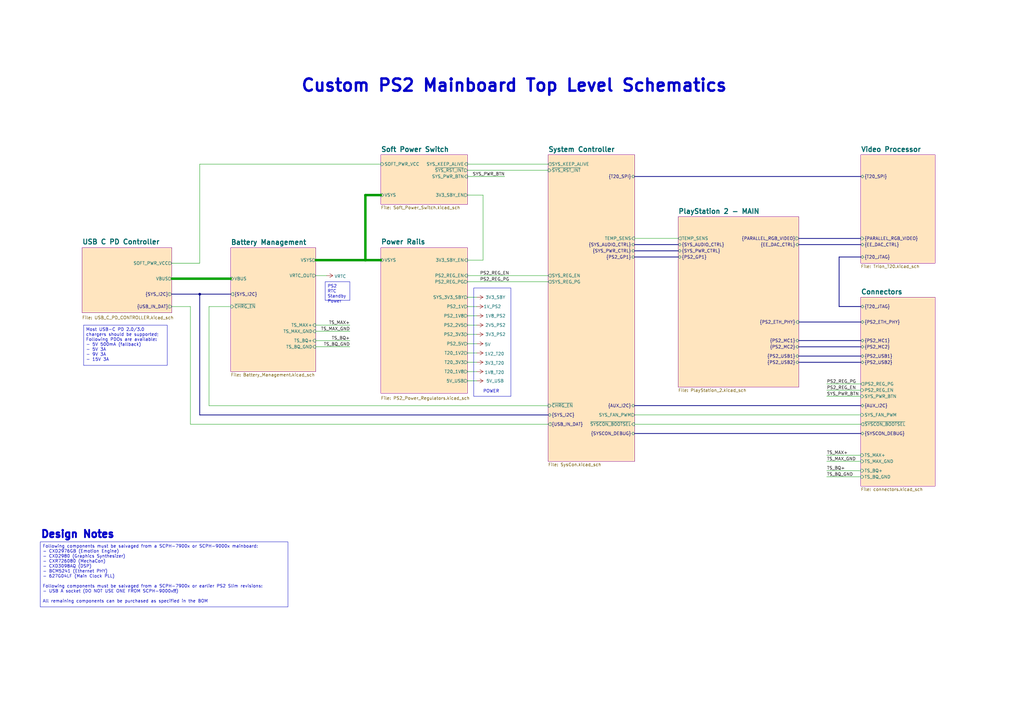
<source format=kicad_sch>
(kicad_sch (version 20230121) (generator eeschema)
  (paper "A3")
  (title_block (title "PS2 AIO Mainboard") (rev "0.3") (comment 1 "and to Epaminondas for his work on the custom PS2 BIOS!") (comment 2 "Special thanks to Mister M and Gman for their PS2 scans") (comment 3 "This project would not exist without the bitbuilt.net community!") (comment 5 "-a project by Tschicki"))
  (lib_symbols
    (symbol "PS2:1V25" (power) (pin_names (offset 0))
      (property "Value" "1V_PS2" (at 0 3.556 0))
      (symbol "1V25_0_1"
        (polyline (pts (xy -0.762 1.27) (xy 0 2.54)))
        (polyline (pts (xy 0 0) (xy 0 2.54)))
        (polyline (pts (xy 0 2.54) (xy 0.762 1.27)))
      )
      (symbol "1V25_1_1"
        (pin power_in line (at 0 0 90) (length 0) hide (name "1V_PS2") (number "1"))
      )
    )
    (symbol "PS2:1V2_T20" (power) (pin_names (offset 0))
      (property "Value" "1V2_T20" (at 0 3.556 0))
      (symbol "1V2_T20_0_1"
        (polyline (pts (xy -0.762 1.27) (xy 0 2.54)))
        (polyline (pts (xy 0 0) (xy 0 2.54)))
        (polyline (pts (xy 0 2.54) (xy 0.762 1.27)))
      )
      (symbol "1V2_T20_1_1"
        (pin power_in line (at 0 0 90) (length 0) hide (name "1V2_T20") (number "1"))
      )
    )
    (symbol "PS2:1V75" (power) (pin_names (offset 0))
      (property "Value" "1V8_PS2" (at 0 3.556 0))
      (symbol "1V75_0_1"
        (polyline (pts (xy -0.762 1.27) (xy 0 2.54)))
        (polyline (pts (xy 0 0) (xy 0 2.54)))
        (polyline (pts (xy 0 2.54) (xy 0.762 1.27)))
      )
      (symbol "1V75_1_1"
        (pin power_in line (at 0 0 90) (length 0) hide (name "1V8_PS2") (number "1"))
      )
    )
    (symbol "PS2:1V8_T20" (power) (pin_names (offset 0))
      (property "Value" "1V8_T20" (at 0 3.556 0))
      (symbol "1V8_T20_0_1"
        (polyline (pts (xy -0.762 1.27) (xy 0 2.54)))
        (polyline (pts (xy 0 0) (xy 0 2.54)))
        (polyline (pts (xy 0 2.54) (xy 0.762 1.27)))
      )
      (symbol "1V8_T20_1_1"
        (pin power_in line (at 0 0 90) (length 0) hide (name "1V8_T20") (number "1"))
      )
    )
    (symbol "PS2:2V5" (power) (pin_names (offset 0))
      (property "Value" "2V5_PS2" (at 0 3.556 0))
      (symbol "2V5_0_1"
        (polyline (pts (xy -0.762 1.27) (xy 0 2.54)))
        (polyline (pts (xy 0 0) (xy 0 2.54)))
        (polyline (pts (xy 0 2.54) (xy 0.762 1.27)))
      )
      (symbol "2V5_1_1"
        (pin power_in line (at 0 0 90) (length 0) hide (name "2V5_PS2") (number "1"))
      )
    )
    (symbol "PS2:3V3_T20" (power) (pin_names (offset 0))
      (property "Value" "3V3_T20" (at 0 3.556 0))
      (symbol "3V3_T20_0_1"
        (polyline (pts (xy -0.762 1.27) (xy 0 2.54)))
        (polyline (pts (xy 0 0) (xy 0 2.54)))
        (polyline (pts (xy 0 2.54) (xy 0.762 1.27)))
      )
      (symbol "3V3_T20_1_1"
        (pin power_in line (at 0 0 90) (length 0) hide (name "3V3_T20") (number "1"))
      )
    )
    (symbol "PS2:3V5" (power) (pin_names (offset 0))
      (property "Value" "3V3_PS2" (at 0 3.556 0))
      (symbol "3V5_0_1"
        (polyline (pts (xy -0.762 1.27) (xy 0 2.54)))
        (polyline (pts (xy 0 0) (xy 0 2.54)))
        (polyline (pts (xy 0 2.54) (xy 0.762 1.27)))
      )
      (symbol "3V5_1_1"
        (pin power_in line (at 0 0 90) (length 0) hide (name "3V3_PS2") (number "1"))
      )
    )
    (symbol "PS2:3V5_SBY" (power) (pin_names (offset 0))
      (property "Value" "3V3_SBY" (at 0 3.556 0))
      (symbol "3V5_SBY_0_1"
        (polyline (pts (xy -0.762 1.27) (xy 0 2.54)))
        (polyline (pts (xy 0 0) (xy 0 2.54)))
        (polyline (pts (xy 0 2.54) (xy 0.762 1.27)))
      )
      (symbol "3V5_SBY_1_1"
        (pin power_in line (at 0 0 90) (length 0) hide (name "3V3_SBY") (number "1"))
      )
    )
    (symbol "PS2:5V" (power) (pin_names (offset 0))
      (property "Value" "5V" (at 0 3.556 0))
      (symbol "5V_0_1"
        (polyline (pts (xy -0.762 1.27) (xy 0 2.54)))
        (polyline (pts (xy 0 0) (xy 0 2.54)))
        (polyline (pts (xy 0 2.54) (xy 0.762 1.27)))
      )
      (symbol "5V_1_1"
        (pin power_in line (at 0 0 90) (length 0) hide (name "5V") (number "1"))
      )
    )
    (symbol "PS2:5V_USB" (power) (pin_names (offset 0))
      (property "Value" "5V_USB" (at 0 3.556 0))
      (symbol "5V_USB_0_1"
        (polyline (pts (xy -0.762 1.27) (xy 0 2.54)))
        (polyline (pts (xy 0 0) (xy 0 2.54)))
        (polyline (pts (xy 0 2.54) (xy 0.762 1.27)))
      )
      (symbol "5V_USB_1_1"
        (pin power_in line (at 0 0 90) (length 0) hide (name "5V_USB") (number "1"))
      )
    )
    (symbol "PS2:VRTC" (power) (pin_names (offset 0))
      (property "Value" "VRTC" (at 0 3.556 0))
      (symbol "VRTC_0_1"
        (polyline (pts (xy -0.762 1.27) (xy 0 2.54)))
        (polyline (pts (xy 0 0) (xy 0 2.54)))
        (polyline (pts (xy 0 2.54) (xy 0.762 1.27)))
      )
      (symbol "VRTC_1_1"
        (pin power_in line (at 0 0 90) (length 0) hide (name "VRTC") (number "1"))
      )
    )
  )
  (bus_alias "AUX_I2C" (members "AUX_I2C_SDA" "AUX_I2C_SCL"))
  (bus_alias "SYS_I2C" (members "SYS_I2C_SDA" "SYS_I2C_SCL"))
  (junction (at 149.86 106.68))
  (junction (at 81.915 120.65))
  (wire (pts (xy 191.77 67.31) (xy 224.79 67.31)))
  (wire (pts (xy 191.77 133.35) (xy 195.58 133.35)))
  (wire (pts (xy 81.915 67.31) (xy 156.21 67.31)))
  (wire (pts (xy 78.105 125.73) (xy 78.105 173.99)))
  (wire (pts (xy 353.06 186.69) (xy 339.09 186.69)))
  (wire (pts (xy 191.77 80.01) (xy 198.12 80.01)))
  (bus (pts (xy 327.66 142.24) (xy 353.06 142.24)))
  (wire (pts (xy 191.77 115.57) (xy 224.79 115.57)))
  (wire (pts (xy 85.725 125.73) (xy 85.725 166.37)))
  (wire (pts (xy 191.77 113.03) (xy 224.79 113.03)))
  (bus (pts (xy 260.35 72.39) (xy 353.06 72.39)))
  (wire (pts (xy 129.54 142.24) (xy 143.51 142.24)))
  (bus (pts (xy 81.915 120.65) (xy 81.915 170.18)))
  (wire (pts (xy 191.77 121.92) (xy 195.58 121.92)))
  (bus (pts (xy 344.17 105.41) (xy 353.06 105.41)))
  (wire (pts (xy 191.77 148.59) (xy 195.58 148.59)))
  (bus (pts (xy 327.66 146.05) (xy 353.06 146.05)))
  (wire (pts (xy 353.06 195.58) (xy 339.09 195.58)))
  (wire (pts (xy 129.54 139.7) (xy 143.51 139.7)))
  (bus (pts (xy 260.35 166.37) (xy 353.06 166.37)))
  (wire (pts (xy 198.12 80.01) (xy 198.12 106.68)))
  (bus (pts (xy 327.66 148.59) (xy 353.06 148.59)))
  (bus (pts (xy 260.35 102.87) (xy 278.13 102.87)))
  (bus (pts (xy 260.35 177.8) (xy 353.06 177.8)))
  (wire (pts (xy 339.09 160.02) (xy 353.06 160.02)))
  (wire (pts (xy 129.54 113.03) (xy 133.985 113.03)))
  (bus (pts (xy 327.66 139.7) (xy 353.06 139.7)))
  (bus (pts (xy 353.06 125.73) (xy 344.17 125.73)))
  (wire (pts (xy 191.77 144.78) (xy 195.58 144.78)))
  (wire (pts (xy 191.77 129.54) (xy 195.58 129.54)))
  (wire (pts (xy 156.21 80.01) (xy 149.86 80.01)) (stroke (width 1)))
  (bus (pts (xy 81.915 170.18) (xy 224.79 170.18)))
  (wire (pts (xy 70.485 125.73) (xy 78.105 125.73)))
  (wire (pts (xy 70.485 114.3) (xy 94.615 114.3)) (stroke (width 1)))
  (wire (pts (xy 260.35 170.18) (xy 353.06 170.18)))
  (wire (pts (xy 70.485 107.95) (xy 81.915 107.95)))
  (wire (pts (xy 260.35 173.99) (xy 353.06 173.99)))
  (wire (pts (xy 85.725 166.37) (xy 224.79 166.37)))
  (wire (pts (xy 260.35 97.79) (xy 278.13 97.79)))
  (wire (pts (xy 339.09 162.56) (xy 353.06 162.56)))
  (wire (pts (xy 129.54 106.68) (xy 149.86 106.68)) (stroke (width 1)))
  (bus (pts (xy 344.17 125.73) (xy 344.17 105.41)))
  (wire (pts (xy 78.105 173.99) (xy 224.79 173.99)))
  (wire (pts (xy 191.77 69.85) (xy 224.79 69.85)))
  (wire (pts (xy 94.615 125.73) (xy 85.725 125.73)))
  (bus (pts (xy 70.485 120.65) (xy 81.915 120.65)))
  (wire (pts (xy 129.54 133.35) (xy 143.51 133.35)))
  (bus (pts (xy 260.35 105.41) (xy 278.13 105.41)))
  (bus (pts (xy 260.35 100.33) (xy 278.13 100.33)))
  (wire (pts (xy 191.77 156.21) (xy 195.58 156.21)))
  (wire (pts (xy 149.86 106.68) (xy 156.21 106.68)) (stroke (width 1)))
  (wire (pts (xy 81.915 107.95) (xy 81.915 67.31)))
  (wire (pts (xy 353.06 189.23) (xy 339.09 189.23)))
  (wire (pts (xy 129.54 135.89) (xy 143.51 135.89)))
  (wire (pts (xy 339.09 157.48) (xy 353.06 157.48)))
  (wire (pts (xy 149.86 80.01) (xy 149.86 106.68)) (stroke (width 1)))
  (wire (pts (xy 191.77 152.4) (xy 195.58 152.4)))
  (bus (pts (xy 327.66 100.33) (xy 353.06 100.33)))
  (bus (pts (xy 81.915 120.65) (xy 94.615 120.65)))
  (wire (pts (xy 191.77 140.97) (xy 195.58 140.97)))
  (wire (pts (xy 191.77 72.39) (xy 207.01 72.39)))
  (bus (pts (xy 327.66 132.08) (xy 353.06 132.08)))
  (wire (pts (xy 353.06 193.04) (xy 339.09 193.04)))
  (wire (pts (xy 191.77 137.16) (xy 195.58 137.16)))
  (bus (pts (xy 327.66 97.79) (xy 353.06 97.79)))
  (wire (pts (xy 191.77 106.68) (xy 198.12 106.68)))
  (wire (pts (xy 191.77 125.73) (xy 195.58 125.73)))
  (rectangle (start 194.31 118.11) (end 209.55 162.56))
  (text_box "Following components must be salvaged from a SCPH-7900x or SCPH-9000x mainboard:\n- CXD2976GB (Emotion Engine)\n- CXD2980 (Graphics Synthesizer)\n- CXR726080 (MechaCon)\n- CXD3098AQ (DSP)\n- BCM5241 (Ethernet PHY)\n- 627G04LF (Main Clock PLL)\n\nFollowing components must be salvaged from a SCPH-7900x or earlier PS2 Slim revisions:\n- USB A socket (DO NOT USE ONE FROM SCPH-9000x!!)\n\nAll remaining components can be purchased as specified in the BOM" (at 16.51 222.25 0) (size 101.6 26.67) (effects (font (size 1.27 1.27)) (justify left top)))
  (text_box "Most USB-C PD 2.0/3.0 chargers should be supported;\nFollowing PDOs are available:\n- 5V 500mA (fallback)\n- 5V 3A\n- 9V 3A\n- 15V 3A" (at 34.29 133.35 0) (size 34.29 16.51) (effects (font (size 1.27 1.27)) (justify left top)))
  (text_box "PS2 RTC Standby Power" (at 133.35 115.57 0) (size 10.16 7.62) (effects (font (size 1.27 1.27)) (justify left top)))
  (text "Custom PS2 Mainboard Top Level Schematics" (at 123.19 38.1 0) (effects (font (size 5 5) (thickness 1) bold) (justify left bottom)))
  (text "Design Notes" (at 16.51 220.98 0) (effects (font (size 3 3) (thickness 1) bold) (justify left bottom)))
  (text "POWER" (at 198.12 161.29 0) (effects (font (size 1.27 1.27)) (justify left bottom)))
  (label "TS_BQ_GND" (at 339.09 195.58 0))
  (label "TS_MAX+" (at 339.09 186.69 0))
  (label "SYS_PWR_BTN" (at 339.09 162.56 0))
  (label "SYS_PWR_BTN" (at 207.01 72.39 180))
  (label "PS2_REG_PG" (at 196.85 115.57 0))
  (label "PS2_REG_PG" (at 339.09 157.48 0))
  (label "TS_MAX+" (at 143.51 133.35 180))
  (label "PS2_REG_EN" (at 339.09 160.02 0))
  (label "TS_BQ+" (at 143.51 139.7 180))
  (label "TS_BQ_GND" (at 143.51 142.24 180))
  (label "TS_BQ+" (at 339.09 193.04 0))
  (label "PS2_REG_EN" (at 196.85 113.03 0))
  (label "TS_MAX_GND" (at 143.51 135.89 180))
  (label "TS_MAX_GND" (at 339.09 189.23 0))
  (symbol (lib_id "PS2:1V25") (at 195.58 125.73 270) (unit 1)
    (property "Reference" "#PWR0103" (effects hide))
    (property "Value" "1V_PS2" (at 201.93 125.73 90))
  )
  (symbol (lib_id "PS2:1V75") (at 195.58 129.54 270) (unit 1)
    (property "Reference" "#PWR0104" (effects hide))
    (property "Value" "1V8_PS2" (at 203.2 129.54 90))
  )
  (symbol (lib_id "PS2:3V5_SBY") (at 195.58 121.92 270) (unit 1)
    (property "Reference" "#PWR0102" (effects hide))
    (property "Value" "3V3_SBY" (at 203.2 121.92 90))
  )
  (symbol (lib_id "PS2:3V5") (at 195.58 137.16 270) (unit 1)
    (property "Reference" "#PWR0106" (effects hide))
    (property "Value" "3V3_PS2" (at 203.2 137.16 90))
  )
  (symbol (lib_id "PS2:VRTC") (at 133.985 113.03 270) (mirror x) (unit 1)
    (property "Reference" "#PWR0101" (effects hide))
    (property "Value" "VRTC" (at 137.16 113.3468 90) (effects (justify left)))
  )
  (symbol (lib_id "PS2:5V") (at 195.58 140.97 270) (unit 1)
    (property "Reference" "#PWR0107" (effects hide))
    (property "Value" "5V" (at 198.755 141.2868 90) (effects (justify left)))
  )
  (symbol (lib_id "PS2:5V_USB") (at 195.58 156.21 270) (unit 1)
    (property "Reference" "#PWR0111" (effects hide))
    (property "Value" "5V_USB" (at 199.39 156.21 90) (effects (justify left)))
  )
  (symbol (lib_id "PS2:3V3_T20") (at 195.58 148.59 270) (unit 1)
    (property "Reference" "#PWR0109" (effects hide))
    (property "Value" "3V3_T20" (at 198.755 148.9068 90) (effects (justify left)))
  )
  (symbol (lib_id "PS2:2V5") (at 195.58 133.35 270) (unit 1)
    (property "Reference" "#PWR0105" (effects hide))
    (property "Value" "2V5_PS2" (at 203.2 133.35 90))
  )
  (symbol (lib_id "PS2:1V2_T20") (at 195.58 144.78 270) (unit 1)
    (property "Reference" "#PWR0108" (effects hide))
    (property "Value" "1V2_T20" (at 198.755 145.0968 90) (effects (justify left)))
  )
  (symbol (lib_id "PS2:1V8_T20") (at 195.58 152.4 270) (unit 1)
    (property "Reference" "#PWR0110" (effects hide))
    (property "Value" "1V8_T20" (at 198.755 152.7168 90) (effects (justify left)))
  )
  (sheet (at 156.21 63.5) (size 35.56 20.32) (stroke (width 0.1524) (color 132 0 132 1)) (fill (color 255 229 191 1.0000))
    (property "Sheetname" "Soft Power Switch" (at 156.21 62.4234 0) (effects (font (size 2 2) bold) (justify left bottom)))
    (property "Sheetfile" "Soft_Power_Switch.kicad_sch" (at 156.21 84.4046 0) (effects (justify left top)))
    (pin "SOFT_PWR_VCC" input (at 156.21 67.31 180))
    (pin "SYS_KEEP_ALIVE" input (at 191.77 67.31 0))
    (pin "VSYS" input (at 156.21 80.01 180))
    (pin "3V3_SBY_EN" output (at 191.77 80.01 0))
    (pin "SYS_PWR_BTN" input (at 191.77 72.39 0))
    (pin "~{SYS_RST_INT}" output (at 191.77 69.85 0))
  )
  (sheet (at 353.06 63.5) (size 30.48 44.45) (stroke (width 0.1524) (color 132 0 132 1)) (fill (color 255 229 191 1.0000))
    (property "Sheetname" "Video Processor" (at 353.06 62.4234 0) (effects (font (size 2 2) bold) (justify left bottom)))
    (property "Sheetfile" "Trion_T20.kicad_sch" (at 353.06 108.5346 0) (effects (justify left top)))
    (pin "{EE_DAC_CTRL}" bidirectional (at 353.06 100.33 180))
    (pin "{PARALLEL_RGB_VIDEO}" input (at 353.06 97.79 180))
    (pin "{T20_SPI}" bidirectional (at 353.06 72.39 180))
    (pin "{T20_JTAG}" bidirectional (at 353.06 105.41 180))
  )
  (sheet (at 353.06 121.92) (size 30.48 77.47) (stroke (width 0.1524) (color 132 0 132 1)) (fill (color 255 229 191 1.0000))
    (property "Sheetname" "Connectors" (at 353.06 120.8434 0) (effects (font (size 2 2) bold) (justify left bottom)))
    (property "Sheetfile" "connectors.kicad_sch" (at 353.06 199.9746 0) (effects (justify left top)))
    (pin "{AUX_I2C}" bidirectional (at 353.06 166.37 180))
    (pin "{PS2_USB2}" bidirectional (at 353.06 148.59 180))
    (pin "{PS2_MC1}" bidirectional (at 353.06 139.7 180))
    (pin "{PS2_MC2}" bidirectional (at 353.06 142.24 180))
    (pin "{PS2_ETH_PHY}" bidirectional (at 353.06 132.08 180))
    (pin "~{SYSCON_BOOTSEL}" output (at 353.06 173.99 180))
    (pin "SYS_PWR_BTN" input (at 353.06 162.56 180))
    (pin "SYS_FAN_PWM" input (at 353.06 170.18 180))
    (pin "{SYSCON_DEBUG}" bidirectional (at 353.06 177.8 180))
    (pin "{T20_JTAG}" bidirectional (at 353.06 125.73 180))
    (pin "{PS2_USB1}" bidirectional (at 353.06 146.05 180))
    (pin "PS2_REG_EN" input (at 353.06 160.02 180))
    (pin "PS2_REG_PG" output (at 353.06 157.48 180))
    (pin "TS_BQ+" input (at 353.06 193.04 180))
    (pin "TS_MAX_GND" input (at 353.06 189.23 180))
    (pin "TS_BQ_GND" input (at 353.06 195.58 180))
    (pin "TS_MAX+" input (at 353.06 186.69 180))
  )
  (sheet (at 33.655 101.6) (size 36.83 26.67) (stroke (width 0.1524) (color 132 0 132 1)) (fill (color 255 229 191 1.0000))
    (property "Sheetname" "USB C PD Controller" (at 33.655 100.33 0) (effects (font (size 2 2) bold) (justify left bottom)))
    (property "Sheetfile" "USB_C_PD_CONTROLLER.kicad_sch" (at 33.655 129.54 0) (effects (justify left top)))
    (pin "VBUS" output (at 70.485 114.3 0))
    (pin "SOFT_PWR_VCC" output (at 70.485 107.95 0))
    (pin "{SYS_I2C}" output (at 70.485 120.65 0))
    (pin "{USB_IN_DAT}" output (at 70.485 125.73 0))
  )
  (sheet (at 278.13 88.9) (size 49.53 69.85) (stroke (width 0.1524) (color 132 0 132 1)) (fill (color 255 229 191 1.0000))
    (property "Sheetname" "PlayStation 2 - MAIN" (at 278.13 87.8234 0) (effects (font (size 2 2) bold) (justify left bottom)))
    (property "Sheetfile" "PlayStation_2.kicad_sch" (at 278.13 159.3346 0) (effects (justify left top)))
    (pin "TEMP_SENS" output (at 278.13 97.79 180))
    (pin "{EE_DAC_CTRL}" bidirectional (at 327.66 100.33 0))
    (pin "{PARALLEL_RGB_VIDEO}" output (at 327.66 97.79 0))
    (pin "{SYS_AUDIO_CTRL}" bidirectional (at 278.13 100.33 180))
    (pin "{SYS_PWR_CTRL}" bidirectional (at 278.13 102.87 180))
    (pin "{PS2_MC1}" bidirectional (at 327.66 139.7 0))
    (pin "{PS2_GP1}" bidirectional (at 278.13 105.41 180))
    (pin "{PS2_MC2}" bidirectional (at 327.66 142.24 0))
    (pin "{PS2_USB2}" bidirectional (at 327.66 148.59 0))
    (pin "{PS2_ETH_PHY}" input (at 327.66 132.08 0))
    (pin "{PS2_USB1}" bidirectional (at 327.66 146.05 0))
  )
  (sheet (at 156.21 101.6) (size 35.56 59.69) (stroke (width 0.1524) (color 132 0 132 1)) (fill (color 255 229 191 1.0000))
    (property "Sheetname" "Power Rails" (at 156.21 100.33 0) (effects (font (size 2 2) bold) (justify left bottom)))
    (property "Sheetfile" "PS2_Power_Regulators.kicad_sch" (at 156.21 162.56 0) (effects (justify left top)))
    (pin "PS2_1V8" output (at 191.77 129.54 0))
    (pin "PS2_3V3" output (at 191.77 137.16 0))
    (pin "PS2_2V5" output (at 191.77 133.35 0))
    (pin "VSYS" input (at 156.21 106.68 180))
    (pin "PS2_1V" output (at 191.77 125.73 0))
    (pin "PS2_REG_PG" output (at 191.77 115.57 0))
    (pin "PS2_REG_EN" input (at 191.77 113.03 0))
    (pin "3V3_SBY_EN" input (at 191.77 106.68 0))
    (pin "SYS_3V3_SBY" output (at 191.77 121.92 0))
    (pin "PS2_5V" output (at 191.77 140.97 0))
    (pin "T20_1V2" output (at 191.77 144.78 0))
    (pin "T20_3V3" output (at 191.77 148.59 0))
    (pin "T20_1V8" output (at 191.77 152.4 0))
    (pin "5V_USB" output (at 191.77 156.21 0))
  )
  (sheet (at 94.615 101.6) (size 34.925 50.8) (stroke (width 0.1524) (color 132 0 132 1)) (fill (color 255 229 191 1.0000))
    (property "Sheetname" "Battery Management" (at 94.615 100.5234 0) (effects (font (size 2 2) bold) (justify left bottom)))
    (property "Sheetfile" "Battery_Management.kicad_sch" (at 94.615 152.9846 0) (effects (justify left top)))
    (pin "VSYS" output (at 129.54 106.68 0))
    (pin "VBUS" input (at 94.615 114.3 180))
    (pin "~{CHRG_EN}" input (at 94.615 125.73 180))
    (pin "{SYS_I2C}" output (at 94.615 120.65 180))
    (pin "VRTC_OUT" output (at 129.54 113.03 0))
    (pin "TS_MAX+" input (at 129.54 133.35 0))
    (pin "TS_MAX_GND" input (at 129.54 135.89 0))
    (pin "TS_BQ+" input (at 129.54 139.7 0))
    (pin "TS_BQ_GND" input (at 129.54 142.24 0))
  )
  (sheet (at 224.79 63.5) (size 35.56 125.73) (stroke (width 0.1524) (color 132 0 132 1)) (fill (color 255 229 191 1.0000))
    (property "Sheetname" "System Controller" (at 224.79 62.4234 0) (effects (font (size 2 2) bold) (justify left bottom)))
    (property "Sheetfile" "SysCon.kicad_sch" (at 224.79 189.8146 0) (effects (justify left top)))
    (pin "{SYS_AUDIO_CTRL}" bidirectional (at 260.35 100.33 0))
    (pin "{SYS_PWR_CTRL}" bidirectional (at 260.35 102.87 0))
    (pin "{T20_SPI}" bidirectional (at 260.35 72.39 0))
    (pin "TEMP_SENS" input (at 260.35 97.79 0))
    (pin "{SYS_I2C}" bidirectional (at 224.79 170.18 180))
    (pin "{USB_IN_DAT}" output (at 224.79 173.99 180))
    (pin "{PS2_GP1}" bidirectional (at 260.35 105.41 0))
    (pin "SYS_REG_EN" output (at 224.79 113.03 180))
    (pin "SYS_REG_PG" output (at 224.79 115.57 180))
    (pin "~{SYS_RST_INT}" input (at 224.79 69.85 180))
    (pin "SYS_KEEP_ALIVE" output (at 224.79 67.31 180))
    (pin "{AUX_I2C}" bidirectional (at 260.35 166.37 0))
    (pin "~{SYSCON_BOOTSEL}" input (at 260.35 173.99 0))
    (pin "~{CHRG_EN}" input (at 224.79 166.37 180))
    (pin "SYS_FAN_PWM" output (at 260.35 170.18 0))
    (pin "{SYSCON_DEBUG}" bidirectional (at 260.35 177.8 0))
  )
)
</source>
